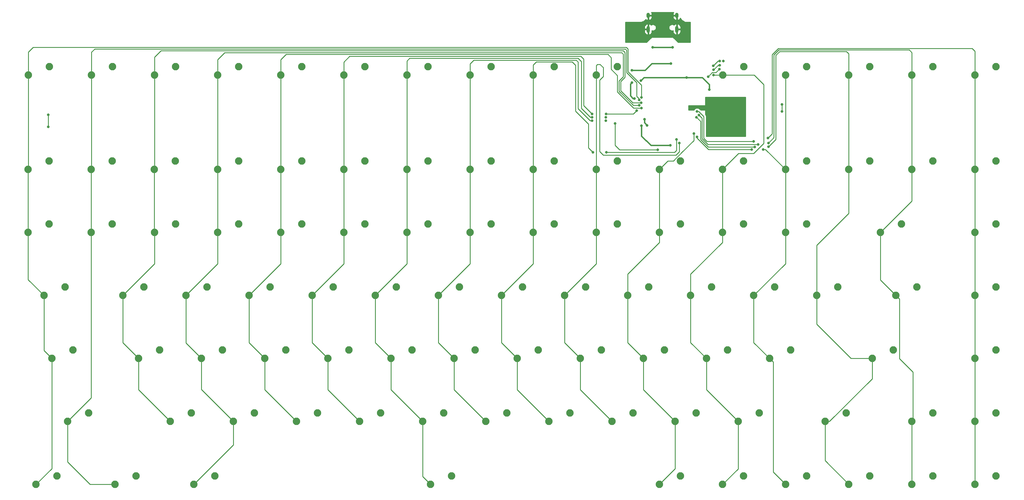
<source format=gtl>
G04 #@! TF.GenerationSoftware,KiCad,Pcbnew,(5.1.9-0-10_14)*
G04 #@! TF.CreationDate,2021-05-12T14:40:02+09:00*
G04 #@! TF.ProjectId,JupiterAdvanced,4a757069-7465-4724-9164-76616e636564,1*
G04 #@! TF.SameCoordinates,Original*
G04 #@! TF.FileFunction,Copper,L1,Top*
G04 #@! TF.FilePolarity,Positive*
%FSLAX46Y46*%
G04 Gerber Fmt 4.6, Leading zero omitted, Abs format (unit mm)*
G04 Created by KiCad (PCBNEW (5.1.9-0-10_14)) date 2021-05-12 14:40:02*
%MOMM*%
%LPD*%
G01*
G04 APERTURE LIST*
G04 #@! TA.AperFunction,ComponentPad*
%ADD10C,2.250000*%
G04 #@! TD*
G04 #@! TA.AperFunction,ComponentPad*
%ADD11O,1.000000X1.600000*%
G04 #@! TD*
G04 #@! TA.AperFunction,ComponentPad*
%ADD12O,1.000000X2.100000*%
G04 #@! TD*
G04 #@! TA.AperFunction,ViaPad*
%ADD13C,0.800000*%
G04 #@! TD*
G04 #@! TA.AperFunction,Conductor*
%ADD14C,0.254000*%
G04 #@! TD*
G04 #@! TA.AperFunction,Conductor*
%ADD15C,0.381000*%
G04 #@! TD*
G04 #@! TA.AperFunction,Conductor*
%ADD16C,0.150000*%
G04 #@! TD*
G04 APERTURE END LIST*
D10*
X333079320Y-164909620D03*
X339429320Y-162369620D03*
X357006120Y-98258820D03*
X363356120Y-95718820D03*
D11*
X267005000Y-80275000D03*
X258365000Y-80275000D03*
D12*
X267005000Y-84455000D03*
X258365000Y-84455000D03*
D10*
X71192620Y-145846920D03*
X77542620Y-143306920D03*
X75955120Y-164909620D03*
X82305120Y-162369620D03*
X192655647Y-222069227D03*
X199005647Y-219529227D03*
X311756020Y-203009620D03*
X318106020Y-200469620D03*
X299881520Y-222059620D03*
X306231520Y-219519620D03*
X309279520Y-164909620D03*
X315629520Y-162369620D03*
X261710380Y-222059620D03*
X268060380Y-219519620D03*
X295004720Y-183959620D03*
X301354720Y-181419620D03*
X285530520Y-203009620D03*
X291880520Y-200469620D03*
X318931520Y-126809620D03*
X325281520Y-124269620D03*
X299830720Y-145859620D03*
X306180720Y-143319620D03*
X357031520Y-164909620D03*
X363381520Y-162369620D03*
X357031520Y-183959620D03*
X363381520Y-181419620D03*
X337930720Y-126809620D03*
X344280720Y-124269620D03*
X114080520Y-203009620D03*
X120430520Y-200469620D03*
X195030320Y-164909620D03*
X201380320Y-162369620D03*
X133130520Y-203009620D03*
X139480520Y-200469620D03*
X118830320Y-164909620D03*
X125180320Y-162369620D03*
X171230520Y-203009620D03*
X177580520Y-200469620D03*
X214080320Y-164909620D03*
X220430320Y-162369620D03*
X175980320Y-164909620D03*
X182330320Y-162369620D03*
X337956120Y-98258820D03*
X344306120Y-95718820D03*
X318906120Y-98258820D03*
X325256120Y-95718820D03*
X299856120Y-98258820D03*
X306206120Y-95718820D03*
X280865320Y-98258820D03*
X287215320Y-95718820D03*
X242706120Y-98258820D03*
X249056120Y-95718820D03*
X223656120Y-98258820D03*
X230006120Y-95718820D03*
X204606120Y-98258820D03*
X210956120Y-95718820D03*
X185556120Y-98258820D03*
X191906120Y-95718820D03*
X166506120Y-98258820D03*
X172856120Y-95718820D03*
X147456120Y-98258820D03*
X153806120Y-95718820D03*
X128406120Y-98258820D03*
X134756120Y-95718820D03*
X109356120Y-98258820D03*
X115706120Y-95718820D03*
X90306120Y-98258820D03*
X96656120Y-95718820D03*
X71256120Y-98258820D03*
X77606120Y-95718820D03*
X123503920Y-183959620D03*
X129853920Y-181419620D03*
X156930320Y-164909620D03*
X163280320Y-162369620D03*
X99780320Y-164909620D03*
X106130320Y-162369620D03*
X271179520Y-164909620D03*
X277529520Y-162369620D03*
X252180320Y-164909620D03*
X258530320Y-162369620D03*
X209330520Y-203009620D03*
X215680520Y-200469620D03*
X228380520Y-203009620D03*
X234730520Y-200469620D03*
X256904720Y-183959620D03*
X263254720Y-181419620D03*
X237854720Y-183959620D03*
X244204720Y-181419620D03*
X218804720Y-183959620D03*
X225154720Y-181419620D03*
X233130320Y-164909620D03*
X239480320Y-162369620D03*
X199754720Y-183959620D03*
X206104720Y-181419620D03*
X180704720Y-183959620D03*
X187054720Y-181419620D03*
X280780720Y-126809620D03*
X287130720Y-124269620D03*
X161654720Y-183959620D03*
X168004720Y-181419620D03*
X137880320Y-164909620D03*
X144230320Y-162369620D03*
X142604720Y-183959620D03*
X148954720Y-181419620D03*
X152180520Y-203009620D03*
X158530520Y-200469620D03*
X190280520Y-203009620D03*
X196630520Y-200469620D03*
X104504720Y-183959620D03*
X110854720Y-181419620D03*
X242680720Y-145859620D03*
X249030720Y-143319620D03*
X223630720Y-145859620D03*
X229980720Y-143319620D03*
X204580720Y-145859620D03*
X210930720Y-143319620D03*
X185530720Y-145859620D03*
X191880720Y-143319620D03*
X166480720Y-145859620D03*
X172830720Y-143319620D03*
X147430720Y-145859620D03*
X153780720Y-143319620D03*
X128380720Y-145859620D03*
X134730720Y-143319620D03*
X109330720Y-145859620D03*
X115680720Y-143319620D03*
X90229920Y-145859620D03*
X96579920Y-143319620D03*
X261730720Y-145859620D03*
X268080720Y-143319620D03*
X247430520Y-203009620D03*
X253780520Y-200469620D03*
X83092520Y-203009620D03*
X89442520Y-200469620D03*
X97399524Y-222059620D03*
X103749524Y-219519620D03*
X73567520Y-222059620D03*
X79917520Y-219519620D03*
X290229520Y-164909620D03*
X296579520Y-162369620D03*
X121207128Y-222069227D03*
X127557128Y-219529227D03*
X280780720Y-145859620D03*
X287130720Y-143319620D03*
X357031520Y-145859620D03*
X363381520Y-143319620D03*
X272830520Y-200469620D03*
X266480520Y-203009620D03*
X280831520Y-222059620D03*
X287181520Y-219519620D03*
X299830720Y-126809620D03*
X306180720Y-124269620D03*
X261730720Y-126809620D03*
X268080720Y-124269620D03*
X242680720Y-126809620D03*
X249030720Y-124269620D03*
X223630720Y-126809620D03*
X229980720Y-124269620D03*
X204580720Y-126809620D03*
X210930720Y-124269620D03*
X185530720Y-126809620D03*
X191880720Y-124269620D03*
X166480720Y-126809620D03*
X172830720Y-124269620D03*
X147430720Y-126809620D03*
X153780720Y-124269620D03*
X128380720Y-126809620D03*
X134730720Y-124269620D03*
X109279920Y-126809620D03*
X115629920Y-124269620D03*
X90229920Y-126809620D03*
X96579920Y-124269620D03*
X71179920Y-126809620D03*
X77529920Y-124269620D03*
X325992720Y-183959620D03*
X332342720Y-181419620D03*
X357031520Y-203009620D03*
X363381520Y-200469620D03*
X357031520Y-126809620D03*
X363381520Y-124269620D03*
X78330020Y-183959620D03*
X84680020Y-181419620D03*
X275954720Y-183959620D03*
X282304720Y-181419620D03*
X328431120Y-145859620D03*
X334781120Y-143319620D03*
X337981520Y-203009620D03*
X344331520Y-200469620D03*
X357031520Y-222059620D03*
X363381520Y-219519620D03*
X318931520Y-222059620D03*
X325281520Y-219519620D03*
X337981520Y-222059620D03*
X344331520Y-219519620D03*
D13*
X291561520Y-119298720D03*
X294647620Y-118841520D03*
X273710926Y-110389074D03*
X290520120Y-120032220D03*
X294711120Y-119946420D03*
X272942704Y-111029275D03*
X273125000Y-109275000D03*
X290202620Y-118333520D03*
X294469820Y-117317520D03*
X287446720Y-111513620D03*
X287459420Y-113786920D03*
X253461520Y-100578920D03*
X257225000Y-111675000D03*
X258025000Y-113475000D03*
X254225000Y-105375000D03*
X253461520Y-96838480D03*
X265225000Y-94775000D03*
X279175000Y-110925000D03*
X256166620Y-99956620D03*
X276829520Y-102661720D03*
X269971520Y-99029520D03*
X256325000Y-113595000D03*
X265085000Y-119555000D03*
X278099520Y-98254820D03*
X256311120Y-105031820D03*
X261246620Y-120875000D03*
X248356120Y-112936020D03*
X77225000Y-110275000D03*
X77225000Y-113975000D03*
X298725000Y-109275000D03*
X298725000Y-107175000D03*
X279825000Y-96475000D03*
X276439067Y-98789067D03*
X255615420Y-107431820D03*
X278125000Y-96675000D03*
X281014465Y-94013670D03*
X279925000Y-95275000D03*
X279925000Y-94075000D03*
X278025000Y-95475000D03*
X255650820Y-105831820D03*
X256260520Y-106631820D03*
X256288420Y-108231820D03*
X254873420Y-109031820D03*
X245631720Y-110065820D03*
X241460020Y-110078520D03*
X245576250Y-111064282D03*
X241460020Y-111078523D03*
X245593922Y-112064128D03*
X241434473Y-112078199D03*
X266945320Y-117758420D03*
X245784120Y-121610120D03*
X241663220Y-121610120D03*
X267745320Y-118817120D03*
X272125000Y-115975000D03*
X265717020Y-89910920D03*
X259729460Y-89917760D03*
X289580320Y-120759220D03*
X293072820Y-120759220D03*
X273125000Y-116975000D03*
X262685000Y-81805000D03*
X269675000Y-83835000D03*
X253875000Y-84045000D03*
D14*
X337956120Y-126784220D02*
X337930720Y-126809620D01*
X337956120Y-98258820D02*
X337956120Y-126784220D01*
X337930720Y-136360020D02*
X328431120Y-145859620D01*
X337930720Y-126809620D02*
X337930720Y-136360020D01*
X328431120Y-160261420D02*
X333079320Y-164909620D01*
X328431120Y-145859620D02*
X328431120Y-160261420D01*
X334204319Y-184042257D02*
X338245320Y-188083258D01*
X334204319Y-166034619D02*
X334204319Y-184042257D01*
X333079320Y-164909620D02*
X334204319Y-166034619D01*
X338245320Y-202745820D02*
X337981520Y-203009620D01*
X338245320Y-188083258D02*
X338245320Y-202745820D01*
X337981520Y-203009620D02*
X337981520Y-222059620D01*
X337956120Y-91461820D02*
X337956120Y-98258820D01*
X297850463Y-90676110D02*
X337170410Y-90676110D01*
X296311320Y-92215253D02*
X297850463Y-90676110D01*
X296311320Y-117177820D02*
X296311320Y-92215253D01*
X337170410Y-90676110D02*
X337956120Y-91461820D01*
X294647620Y-118841520D02*
X296311320Y-117177820D01*
X274625000Y-111303148D02*
X273710926Y-110389074D01*
X274625000Y-117517068D02*
X274625000Y-111303148D01*
X276406652Y-119298720D02*
X274625000Y-117517068D01*
X291561520Y-119298720D02*
X276406652Y-119298720D01*
X318906120Y-126784220D02*
X318931520Y-126809620D01*
X318906120Y-98258820D02*
X318906120Y-126784220D01*
X309279520Y-149730488D02*
X309279520Y-164909620D01*
X318931520Y-140078488D02*
X309279520Y-149730488D01*
X318931520Y-126809620D02*
X318931520Y-140078488D01*
X319601988Y-183959620D02*
X325992720Y-183959620D01*
X309279520Y-173637152D02*
X319601988Y-183959620D01*
X309279520Y-164909620D02*
X309279520Y-173637152D01*
X313076404Y-203009620D02*
X311756020Y-203009620D01*
X325992720Y-190093304D02*
X313076404Y-203009620D01*
X325992720Y-183959620D02*
X325992720Y-190093304D01*
X311756020Y-214884120D02*
X318931520Y-222059620D01*
X311756020Y-203009620D02*
X311756020Y-214884120D01*
X294711120Y-119946420D02*
X296882820Y-117774720D01*
X296882820Y-117774720D02*
X296882820Y-92285820D01*
X296882820Y-92285820D02*
X298038520Y-91130120D01*
X298038520Y-91130120D02*
X318218820Y-91130120D01*
X318906120Y-91817420D02*
X318906120Y-98258820D01*
X318218820Y-91130120D02*
X318906120Y-91817420D01*
X274170990Y-112257561D02*
X272942704Y-111029275D01*
X274170990Y-117705125D02*
X274170990Y-112257561D01*
X276498085Y-120032220D02*
X274170990Y-117705125D01*
X290520120Y-120032220D02*
X276498085Y-120032220D01*
X357006120Y-126784220D02*
X357031520Y-126809620D01*
X357006120Y-98258820D02*
X357006120Y-126784220D01*
X357031520Y-126809620D02*
X357031520Y-145859620D01*
X357031520Y-145859620D02*
X357031520Y-164909620D01*
X357031520Y-164909620D02*
X357031520Y-183959620D01*
X357031520Y-183959620D02*
X357031520Y-203009620D01*
X357031520Y-203009620D02*
X357031520Y-222059620D01*
X357006120Y-91080820D02*
X357006120Y-98258820D01*
X356147400Y-90222100D02*
X357006120Y-91080820D01*
X297662406Y-90222100D02*
X356147400Y-90222100D01*
X295765220Y-92119286D02*
X297662406Y-90222100D01*
X295765220Y-116022120D02*
X295765220Y-92119286D01*
X294469820Y-117317520D02*
X295765220Y-116022120D01*
X273625000Y-109275000D02*
X273125000Y-109275000D01*
X275125000Y-110775000D02*
X273625000Y-109275000D01*
X275125000Y-117375000D02*
X275125000Y-110775000D01*
X276083520Y-118333520D02*
X275125000Y-117375000D01*
X290202620Y-118333520D02*
X276083520Y-118333520D01*
D15*
X257225000Y-112675000D02*
X258025000Y-113475000D01*
X257225000Y-111675000D02*
X257225000Y-112675000D01*
X253825000Y-105375000D02*
X254125000Y-105375000D01*
X253025000Y-104575000D02*
X253825000Y-105375000D01*
X253025000Y-101015440D02*
X253025000Y-104575000D01*
X253461520Y-100578920D02*
X253025000Y-101015440D01*
X254125000Y-105375000D02*
X254225000Y-105375000D01*
X253461520Y-96838480D02*
X257388480Y-96838480D01*
X257388480Y-96838480D02*
X259451960Y-94775000D01*
X259451960Y-94775000D02*
X265225000Y-94775000D01*
X256166620Y-99956620D02*
X257106420Y-99016820D01*
X257106420Y-99016820D02*
X268206220Y-99016820D01*
X276829520Y-101125020D02*
X276829520Y-102661720D01*
X274721320Y-99016820D02*
X276829520Y-101125020D01*
X268206220Y-99016820D02*
X274721320Y-99016820D01*
X256325000Y-113595000D02*
X256325000Y-116695000D01*
X256325000Y-116695000D02*
X259185000Y-119555000D01*
X259185000Y-119555000D02*
X265085000Y-119555000D01*
D14*
X280865320Y-126725020D02*
X280780720Y-126809620D01*
X280780720Y-126809620D02*
X280780720Y-145859620D01*
X271179520Y-158509782D02*
X271179520Y-164909620D01*
X280780720Y-148908582D02*
X271179520Y-158509782D01*
X280780720Y-145859620D02*
X280780720Y-148908582D01*
X271179520Y-179184420D02*
X275954720Y-183959620D01*
X271179520Y-164909620D02*
X271179520Y-179184420D01*
X275954720Y-193433820D02*
X285530520Y-203009620D01*
X275954720Y-183959620D02*
X275954720Y-193433820D01*
X285530520Y-217360620D02*
X280831520Y-222059620D01*
X285530520Y-203009620D02*
X285530520Y-217360620D01*
X290189920Y-121978420D02*
X285611920Y-121978420D01*
X285611920Y-121978420D02*
X280780720Y-126809620D01*
X293237920Y-118930420D02*
X290189920Y-121978420D01*
X293237920Y-101137720D02*
X293237920Y-118930420D01*
X290359020Y-98258820D02*
X293237920Y-101137720D01*
X280865320Y-98258820D02*
X290359020Y-98258820D01*
X280861320Y-98254820D02*
X280865320Y-98258820D01*
X278099520Y-98254820D02*
X280861320Y-98254820D01*
X71256120Y-126733420D02*
X71179920Y-126809620D01*
X71256120Y-98258820D02*
X71256120Y-126733420D01*
X71179920Y-126809620D02*
X71179920Y-126666420D01*
X71192620Y-126679120D02*
X71192620Y-145846920D01*
X71179920Y-126666420D02*
X71192620Y-126679120D01*
X71192620Y-160147120D02*
X75955120Y-164909620D01*
X71192620Y-145846920D02*
X71192620Y-160147120D01*
X75955120Y-181584720D02*
X78330020Y-183959620D01*
X75955120Y-164909620D02*
X75955120Y-181584720D01*
X78330020Y-217297120D02*
X73567520Y-222059620D01*
X78330020Y-183959620D02*
X78330020Y-217297120D01*
X71256120Y-91344520D02*
X71256120Y-98258820D01*
X72715120Y-89885520D02*
X71256120Y-91344520D01*
X252267720Y-97289620D02*
X252267720Y-90393520D01*
X251759720Y-89885520D02*
X72715120Y-89885520D01*
X252267720Y-90393520D02*
X251759720Y-89885520D01*
X256311120Y-101333020D02*
X252267720Y-97289620D01*
X256311120Y-105031820D02*
X256311120Y-101333020D01*
X248356120Y-119527320D02*
X248356120Y-112936020D01*
X249703800Y-120875000D02*
X248356120Y-119527320D01*
X261246620Y-120875000D02*
X249703800Y-120875000D01*
X77225000Y-110275000D02*
X77225000Y-113975000D01*
X298725000Y-109275000D02*
X298725000Y-107175000D01*
X278772181Y-97527819D02*
X277700315Y-97527819D01*
X277700315Y-97527819D02*
X276439067Y-98789067D01*
X279825000Y-96475000D02*
X278772181Y-97527819D01*
X128406120Y-126784220D02*
X128380720Y-126809620D01*
X128406120Y-98258820D02*
X128406120Y-126784220D01*
X128380720Y-126809620D02*
X128380720Y-145859620D01*
X128380720Y-155359220D02*
X118830320Y-164909620D01*
X128380720Y-145859620D02*
X128380720Y-155359220D01*
X118830320Y-179286020D02*
X123503920Y-183959620D01*
X118830320Y-164909620D02*
X118830320Y-179286020D01*
X123503920Y-193383020D02*
X133130520Y-203009620D01*
X123503920Y-183959620D02*
X123503920Y-193383020D01*
X133130520Y-210145835D02*
X121207128Y-222069227D01*
X133130520Y-203009620D02*
X133130520Y-210145835D01*
X130500120Y-91485720D02*
X128406120Y-93579720D01*
X250858020Y-91981020D02*
X250375420Y-91498420D01*
X250858020Y-98743053D02*
X250858020Y-91981020D01*
X128406120Y-93579720D02*
X128406120Y-98258820D01*
X167533320Y-91485720D02*
X130500120Y-91485720D01*
X249591210Y-100009863D02*
X250858020Y-98743053D01*
X167546020Y-91498420D02*
X167533320Y-91485720D01*
X250375420Y-91498420D02*
X167546020Y-91498420D01*
X249591210Y-103192677D02*
X249591210Y-100009863D01*
X253830353Y-107431820D02*
X249591210Y-103192677D01*
X255615420Y-107431820D02*
X253830353Y-107431820D01*
X279525000Y-95275000D02*
X278125000Y-96675000D01*
X279925000Y-95275000D02*
X279525000Y-95275000D01*
X279425000Y-94075000D02*
X278025000Y-95475000D01*
X279925000Y-94075000D02*
X279425000Y-94075000D01*
X90306120Y-126733420D02*
X90229920Y-126809620D01*
X90306120Y-98258820D02*
X90306120Y-126733420D01*
X90229920Y-126809620D02*
X90229920Y-145859620D01*
X90229920Y-195872220D02*
X83092520Y-203009620D01*
X90229920Y-145859620D02*
X90229920Y-195872220D01*
X83092520Y-203009620D02*
X83092520Y-215279020D01*
X89873120Y-222059620D02*
X97399524Y-222059620D01*
X83092520Y-215279020D02*
X89873120Y-222059620D01*
X90306120Y-91344520D02*
X90306120Y-98258820D01*
X91282520Y-90368120D02*
X90306120Y-91344520D01*
X251813710Y-90765010D02*
X251416820Y-90368120D01*
X251813710Y-97477677D02*
X251813710Y-90765010D01*
X254906130Y-100570096D02*
X251813710Y-97477677D01*
X254906130Y-104702792D02*
X254906130Y-100570096D01*
X255650820Y-105447482D02*
X254906130Y-104702792D01*
X251416820Y-90368120D02*
X91282520Y-90368120D01*
X255650820Y-105831820D02*
X255650820Y-105447482D01*
X109356120Y-126733420D02*
X109279920Y-126809620D01*
X109356120Y-98258820D02*
X109356120Y-126733420D01*
X109279920Y-145808820D02*
X109330720Y-145859620D01*
X109279920Y-126809620D02*
X109279920Y-145808820D01*
X109330720Y-155359220D02*
X99780320Y-164909620D01*
X109330720Y-145859620D02*
X109330720Y-155359220D01*
X99780320Y-179235220D02*
X104504720Y-183959620D01*
X99780320Y-164909620D02*
X99780320Y-179235220D01*
X104504720Y-193433820D02*
X114080520Y-203009620D01*
X104504720Y-183959620D02*
X104504720Y-193433820D01*
X256260520Y-106631820D02*
X253672420Y-106631820D01*
X253672420Y-106631820D02*
X250045220Y-103004620D01*
X250045220Y-103004620D02*
X250045220Y-100197920D01*
X250045220Y-100197920D02*
X251327920Y-98915220D01*
X109356120Y-92868520D02*
X109356120Y-98258820D01*
X251327920Y-98915220D02*
X251327920Y-91396820D01*
X250858020Y-90926920D02*
X111297720Y-90926920D01*
X251327920Y-91396820D02*
X250858020Y-90926920D01*
X111297720Y-90926920D02*
X109356120Y-92868520D01*
X147456120Y-126784220D02*
X147430720Y-126809620D01*
X147456120Y-98258820D02*
X147456120Y-126784220D01*
X147430720Y-126809620D02*
X147430720Y-145859620D01*
X147430720Y-155359220D02*
X137880320Y-164909620D01*
X147430720Y-145859620D02*
X147430720Y-155359220D01*
X137880320Y-179235220D02*
X142604720Y-183959620D01*
X137880320Y-164909620D02*
X137880320Y-179235220D01*
X142604720Y-193433820D02*
X152180520Y-203009620D01*
X142604720Y-183959620D02*
X142604720Y-193433820D01*
X147456120Y-93605120D02*
X147456120Y-98258820D01*
X149016720Y-92044520D02*
X147456120Y-93605120D01*
X246235220Y-92044520D02*
X149016720Y-92044520D01*
X247175020Y-92984320D02*
X246235220Y-92044520D01*
X247175020Y-96514920D02*
X247175020Y-92984320D01*
X249080020Y-98419920D02*
X247175020Y-96514920D01*
X249080020Y-103323553D02*
X249080020Y-98419920D01*
X253988287Y-108231820D02*
X249080020Y-103323553D01*
X256288420Y-108231820D02*
X253988287Y-108231820D01*
X166506120Y-126784220D02*
X166480720Y-126809620D01*
X166506120Y-98258820D02*
X166506120Y-126784220D01*
X166480720Y-126809620D02*
X166480720Y-145859620D01*
X166480720Y-155359220D02*
X156930320Y-164909620D01*
X166480720Y-145859620D02*
X166480720Y-155359220D01*
X156930320Y-179235220D02*
X161654720Y-183959620D01*
X156930320Y-164909620D02*
X156930320Y-179235220D01*
X161654720Y-193433820D02*
X171230520Y-203009620D01*
X161654720Y-183959620D02*
X161654720Y-193433820D01*
X253194820Y-110053120D02*
X253182120Y-110065820D01*
X241460020Y-110078520D02*
X238920020Y-107538520D01*
X238920020Y-107538520D02*
X238920020Y-93479620D01*
X238920020Y-93479620D02*
X238069120Y-92628720D01*
X238069120Y-92628720D02*
X168219120Y-92628720D01*
X166506120Y-94341720D02*
X166506120Y-98258820D01*
X168219120Y-92628720D02*
X166506120Y-94341720D01*
X245644420Y-110053120D02*
X245631720Y-110065820D01*
X253194820Y-110053120D02*
X245644420Y-110053120D01*
X253852120Y-110053120D02*
X253194820Y-110053120D01*
X254873420Y-109031820D02*
X253852120Y-110053120D01*
X185556120Y-126784220D02*
X185530720Y-126809620D01*
X185556120Y-98258820D02*
X185556120Y-126784220D01*
X185530720Y-126809620D02*
X185530720Y-145859620D01*
X185530720Y-155359220D02*
X175980320Y-164909620D01*
X185530720Y-145859620D02*
X185530720Y-155359220D01*
X175980320Y-179235220D02*
X180704720Y-183959620D01*
X175980320Y-164909620D02*
X175980320Y-179235220D01*
X180704720Y-193433820D02*
X190280520Y-203009620D01*
X180704720Y-183959620D02*
X180704720Y-193433820D01*
X190280520Y-219694100D02*
X192655647Y-222069227D01*
X190280520Y-203009620D02*
X190280520Y-219694100D01*
X240894335Y-111078523D02*
X238196120Y-108380308D01*
X241460020Y-111078523D02*
X240894335Y-111078523D01*
X238196120Y-108380308D02*
X238196120Y-94216220D01*
X238196120Y-94216220D02*
X237205520Y-93225620D01*
X237205520Y-93225620D02*
X186342020Y-93225620D01*
X185556120Y-94011520D02*
X185556120Y-98258820D01*
X186342020Y-93225620D02*
X185556120Y-94011520D01*
X204606120Y-126784220D02*
X204580720Y-126809620D01*
X204606120Y-98258820D02*
X204606120Y-126784220D01*
X204580720Y-126809620D02*
X204580720Y-145859620D01*
X204580720Y-155359220D02*
X195030320Y-164909620D01*
X204580720Y-145859620D02*
X204580720Y-155359220D01*
X195030320Y-179235220D02*
X199754720Y-183959620D01*
X195030320Y-164909620D02*
X195030320Y-179235220D01*
X199754720Y-193433820D02*
X209330520Y-203009620D01*
X199754720Y-183959620D02*
X199754720Y-193433820D01*
X240868788Y-112078199D02*
X237218220Y-108427631D01*
X241434473Y-112078199D02*
X240868788Y-112078199D01*
X237218220Y-108427631D02*
X237218220Y-94355920D01*
X237218220Y-94355920D02*
X236672120Y-93809820D01*
X236672120Y-93809820D02*
X205684120Y-93809820D01*
X204606120Y-94887820D02*
X204606120Y-98258820D01*
X205684120Y-93809820D02*
X204606120Y-94887820D01*
X223656120Y-126784220D02*
X223630720Y-126809620D01*
X223656120Y-98258820D02*
X223656120Y-126784220D01*
X223630720Y-126809620D02*
X223630720Y-145859620D01*
X223630720Y-155359220D02*
X214080320Y-164909620D01*
X223630720Y-145859620D02*
X223630720Y-155359220D01*
X214080320Y-179235220D02*
X218804720Y-183959620D01*
X214080320Y-164909620D02*
X214080320Y-179235220D01*
X218804720Y-193433820D02*
X228380520Y-203009620D01*
X218804720Y-183959620D02*
X218804720Y-193433820D01*
X266945320Y-117758420D02*
X266945320Y-121016820D01*
X266945320Y-121016820D02*
X266352020Y-121610120D01*
X241663220Y-121610120D02*
X240342420Y-120289320D01*
X240342420Y-120289320D02*
X240342420Y-113101120D01*
X240342420Y-113101120D02*
X236443520Y-109202220D01*
X236443520Y-109202220D02*
X236443520Y-95295720D01*
X235414619Y-94266819D02*
X224607321Y-94266819D01*
X236443520Y-95295720D02*
X235414619Y-94266819D01*
X223656120Y-95218020D02*
X223656120Y-98258820D01*
X224607321Y-94266819D02*
X223656120Y-95218020D01*
X257436620Y-121610120D02*
X245784120Y-121610120D01*
X266352020Y-121610120D02*
X257436620Y-121610120D01*
X242706120Y-126784220D02*
X242680720Y-126809620D01*
X242706120Y-98258820D02*
X242706120Y-126784220D01*
X242680720Y-126809620D02*
X242680720Y-145859620D01*
X242680720Y-155359220D02*
X233130320Y-164909620D01*
X242680720Y-145859620D02*
X242680720Y-155359220D01*
X233130320Y-179235220D02*
X237854720Y-183959620D01*
X233130320Y-164909620D02*
X233130320Y-179235220D01*
X237854720Y-193433820D02*
X247430520Y-203009620D01*
X237854720Y-183959620D02*
X237854720Y-193433820D01*
X243060220Y-95016320D02*
X242706120Y-95370420D01*
X244825520Y-96006920D02*
X243834920Y-95016320D01*
X244825520Y-98712020D02*
X244825520Y-96006920D01*
X243720620Y-99816920D02*
X244825520Y-98712020D01*
X243720620Y-121394220D02*
X243720620Y-99816920D01*
X244838220Y-122511820D02*
X243720620Y-121394220D01*
X242706120Y-95370420D02*
X242706120Y-98258820D01*
X266745720Y-122511820D02*
X244838220Y-122511820D01*
X243834920Y-95016320D02*
X243060220Y-95016320D01*
X267745320Y-121512220D02*
X266745720Y-122511820D01*
X267745320Y-118817120D02*
X267745320Y-121512220D01*
X261730720Y-126809620D02*
X261730720Y-145859620D01*
X252180320Y-158458982D02*
X252180320Y-164909620D01*
X261730720Y-148908582D02*
X252180320Y-158458982D01*
X261730720Y-145859620D02*
X261730720Y-148908582D01*
X252180320Y-179235220D02*
X256904720Y-183959620D01*
X252180320Y-164909620D02*
X252180320Y-179235220D01*
X256904720Y-193433820D02*
X266480520Y-203009620D01*
X256904720Y-183959620D02*
X256904720Y-193433820D01*
X266480520Y-217289480D02*
X261710380Y-222059620D01*
X266480520Y-203009620D02*
X266480520Y-217289480D01*
X268545320Y-121656058D02*
X265962358Y-124239020D01*
X264301320Y-124239020D02*
X261730720Y-126809620D01*
X265962358Y-124239020D02*
X264301320Y-124239020D01*
X268545320Y-121656058D02*
X268545320Y-121654680D01*
X272125000Y-118075000D02*
X272125000Y-115975000D01*
X268545320Y-121654680D02*
X272125000Y-118075000D01*
D15*
X259736300Y-89910920D02*
X259729460Y-89917760D01*
X265717020Y-89910920D02*
X259736300Y-89910920D01*
D14*
X299856120Y-126784220D02*
X299830720Y-126809620D01*
X299856120Y-98258820D02*
X299856120Y-126784220D01*
X299830720Y-126809620D02*
X299830720Y-145859620D01*
X299830720Y-155308420D02*
X290229520Y-164909620D01*
X299830720Y-145859620D02*
X299830720Y-155308420D01*
X290229520Y-179184420D02*
X295004720Y-183959620D01*
X290229520Y-164909620D02*
X290229520Y-179184420D01*
X296129719Y-218307819D02*
X299881520Y-222059620D01*
X296129719Y-185084619D02*
X296129719Y-218307819D01*
X295004720Y-183959620D02*
X296129719Y-185084619D01*
X293780320Y-120759220D02*
X299830720Y-126809620D01*
X293072820Y-120759220D02*
X293780320Y-120759220D01*
X273125000Y-117301201D02*
X273125000Y-116975000D01*
X276583019Y-120759220D02*
X273125000Y-117301201D01*
X289580320Y-120759220D02*
X276583019Y-120759220D01*
X287764220Y-116847620D02*
X275887000Y-116847620D01*
X275887000Y-110812422D01*
X275890686Y-110774999D01*
X275887000Y-110737574D01*
X275875974Y-110625622D01*
X275832402Y-110481985D01*
X275761645Y-110349608D01*
X275666422Y-110233578D01*
X275649468Y-110219664D01*
X275652000Y-108975258D01*
X275649610Y-108950477D01*
X275642431Y-108926638D01*
X275630740Y-108904658D01*
X275614985Y-108885380D01*
X275595772Y-108869547D01*
X275573839Y-108857766D01*
X275550030Y-108850491D01*
X275525533Y-108848001D01*
X274270360Y-108842730D01*
X274190284Y-108762654D01*
X274166422Y-108733578D01*
X274050392Y-108638355D01*
X273918015Y-108567598D01*
X273865326Y-108551615D01*
X273784774Y-108471063D01*
X273615256Y-108357795D01*
X273426898Y-108279774D01*
X273226939Y-108240000D01*
X273023061Y-108240000D01*
X272823102Y-108279774D01*
X272634744Y-108357795D01*
X272465226Y-108471063D01*
X272321063Y-108615226D01*
X272207795Y-108784744D01*
X272187400Y-108833982D01*
X270564782Y-108827167D01*
X270553122Y-107502000D01*
X275525000Y-107502000D01*
X275549776Y-107499560D01*
X275573601Y-107492333D01*
X275595557Y-107480597D01*
X275614803Y-107464803D01*
X275630597Y-107445557D01*
X275642333Y-107423601D01*
X275649560Y-107399776D01*
X275651990Y-107373410D01*
X275635720Y-106074209D01*
X275635720Y-104935020D01*
X287764220Y-104935020D01*
X287764220Y-116847620D01*
G04 #@! TA.AperFunction,Conductor*
D16*
G36*
X287764220Y-116847620D02*
G01*
X275887000Y-116847620D01*
X275887000Y-110812422D01*
X275890686Y-110774999D01*
X275887000Y-110737574D01*
X275875974Y-110625622D01*
X275832402Y-110481985D01*
X275761645Y-110349608D01*
X275666422Y-110233578D01*
X275649468Y-110219664D01*
X275652000Y-108975258D01*
X275649610Y-108950477D01*
X275642431Y-108926638D01*
X275630740Y-108904658D01*
X275614985Y-108885380D01*
X275595772Y-108869547D01*
X275573839Y-108857766D01*
X275550030Y-108850491D01*
X275525533Y-108848001D01*
X274270360Y-108842730D01*
X274190284Y-108762654D01*
X274166422Y-108733578D01*
X274050392Y-108638355D01*
X273918015Y-108567598D01*
X273865326Y-108551615D01*
X273784774Y-108471063D01*
X273615256Y-108357795D01*
X273426898Y-108279774D01*
X273226939Y-108240000D01*
X273023061Y-108240000D01*
X272823102Y-108279774D01*
X272634744Y-108357795D01*
X272465226Y-108471063D01*
X272321063Y-108615226D01*
X272207795Y-108784744D01*
X272187400Y-108833982D01*
X270564782Y-108827167D01*
X270553122Y-107502000D01*
X275525000Y-107502000D01*
X275549776Y-107499560D01*
X275573601Y-107492333D01*
X275595557Y-107480597D01*
X275614803Y-107464803D01*
X275630597Y-107445557D01*
X275642333Y-107423601D01*
X275649560Y-107399776D01*
X275651990Y-107373410D01*
X275635720Y-106074209D01*
X275635720Y-104935020D01*
X287764220Y-104935020D01*
X287764220Y-116847620D01*
G37*
G04 #@! TD.AperFunction*
D14*
X266004997Y-79423322D02*
X265916585Y-79629013D01*
X265870000Y-79848000D01*
X265870000Y-80148000D01*
X266878000Y-80148000D01*
X266878000Y-80128000D01*
X267132000Y-80128000D01*
X267132000Y-80148000D01*
X267152000Y-80148000D01*
X267152000Y-80402000D01*
X267132000Y-80402000D01*
X267132000Y-81542954D01*
X267306874Y-81669119D01*
X267529976Y-81589276D01*
X267717764Y-81467369D01*
X267878161Y-81311169D01*
X268005003Y-81126678D01*
X268056732Y-81006329D01*
X268184901Y-81243373D01*
X268222171Y-81298628D01*
X268258631Y-81354345D01*
X268265116Y-81362297D01*
X268451721Y-81587863D01*
X268499028Y-81634841D01*
X268545599Y-81682398D01*
X268553506Y-81688940D01*
X268780370Y-81873966D01*
X268835863Y-81910835D01*
X268890824Y-81948468D01*
X268899851Y-81953349D01*
X269158333Y-82090786D01*
X269219946Y-82116181D01*
X269281152Y-82142414D01*
X269290955Y-82145449D01*
X269571209Y-82230063D01*
X269636599Y-82243010D01*
X269701719Y-82256852D01*
X269711923Y-82257925D01*
X269711925Y-82257925D01*
X270001528Y-82286321D01*
X270038896Y-82290001D01*
X271089155Y-82290001D01*
X271097818Y-88348000D01*
X267377606Y-88348000D01*
X265914803Y-86885197D01*
X265895557Y-86869403D01*
X265873601Y-86857667D01*
X265849776Y-86850440D01*
X265825000Y-86848000D01*
X259425000Y-86848000D01*
X259400224Y-86850440D01*
X259376399Y-86857667D01*
X259354443Y-86869403D01*
X259335197Y-86885197D01*
X257872394Y-88348000D01*
X251541819Y-88348000D01*
X251536434Y-84582000D01*
X257230000Y-84582000D01*
X257230000Y-85132000D01*
X257276585Y-85350987D01*
X257364997Y-85556678D01*
X257491839Y-85741169D01*
X257652236Y-85897369D01*
X257840024Y-86019276D01*
X258063126Y-86099119D01*
X258238000Y-85972954D01*
X258238000Y-84582000D01*
X257230000Y-84582000D01*
X251536434Y-84582000D01*
X251535285Y-83778000D01*
X257230000Y-83778000D01*
X257230000Y-84328000D01*
X258238000Y-84328000D01*
X258238000Y-82937046D01*
X258492000Y-82937046D01*
X258492000Y-84328000D01*
X258512000Y-84328000D01*
X258512000Y-84582000D01*
X258492000Y-84582000D01*
X258492000Y-85972954D01*
X258666874Y-86099119D01*
X258889976Y-86019276D01*
X259077764Y-85897369D01*
X259238161Y-85741169D01*
X259365003Y-85556678D01*
X259453415Y-85350987D01*
X259500000Y-85132000D01*
X259500000Y-84841904D01*
X259514978Y-84848108D01*
X259700448Y-84885000D01*
X259889552Y-84885000D01*
X260075022Y-84848108D01*
X260249731Y-84775741D01*
X260406964Y-84670681D01*
X260540681Y-84536964D01*
X260645741Y-84379731D01*
X260718108Y-84205022D01*
X260755000Y-84019552D01*
X260755000Y-83830448D01*
X264615000Y-83830448D01*
X264615000Y-84019552D01*
X264651892Y-84205022D01*
X264724259Y-84379731D01*
X264829319Y-84536964D01*
X264963036Y-84670681D01*
X265120269Y-84775741D01*
X265294978Y-84848108D01*
X265480448Y-84885000D01*
X265669552Y-84885000D01*
X265855022Y-84848108D01*
X265870000Y-84841904D01*
X265870000Y-85132000D01*
X265916585Y-85350987D01*
X266004997Y-85556678D01*
X266131839Y-85741169D01*
X266292236Y-85897369D01*
X266480024Y-86019276D01*
X266703126Y-86099119D01*
X266878000Y-85972954D01*
X266878000Y-84582000D01*
X267132000Y-84582000D01*
X267132000Y-85972954D01*
X267306874Y-86099119D01*
X267529976Y-86019276D01*
X267717764Y-85897369D01*
X267878161Y-85741169D01*
X268005003Y-85556678D01*
X268093415Y-85350987D01*
X268140000Y-85132000D01*
X268140000Y-84582000D01*
X267132000Y-84582000D01*
X266878000Y-84582000D01*
X266858000Y-84582000D01*
X266858000Y-84328000D01*
X266878000Y-84328000D01*
X266878000Y-82937046D01*
X267132000Y-82937046D01*
X267132000Y-84328000D01*
X268140000Y-84328000D01*
X268140000Y-83778000D01*
X268093415Y-83559013D01*
X268005003Y-83353322D01*
X267878161Y-83168831D01*
X267717764Y-83012631D01*
X267529976Y-82890724D01*
X267306874Y-82810881D01*
X267132000Y-82937046D01*
X266878000Y-82937046D01*
X266703126Y-82810881D01*
X266480024Y-82890724D01*
X266292236Y-83012631D01*
X266147884Y-83153206D01*
X266029731Y-83074259D01*
X265855022Y-83001892D01*
X265669552Y-82965000D01*
X265480448Y-82965000D01*
X265294978Y-83001892D01*
X265120269Y-83074259D01*
X264963036Y-83179319D01*
X264829319Y-83313036D01*
X264724259Y-83470269D01*
X264651892Y-83644978D01*
X264615000Y-83830448D01*
X260755000Y-83830448D01*
X260718108Y-83644978D01*
X260645741Y-83470269D01*
X260540681Y-83313036D01*
X260406964Y-83179319D01*
X260249731Y-83074259D01*
X260075022Y-83001892D01*
X259889552Y-82965000D01*
X259700448Y-82965000D01*
X259514978Y-83001892D01*
X259340269Y-83074259D01*
X259222116Y-83153206D01*
X259077764Y-83012631D01*
X258889976Y-82890724D01*
X258666874Y-82810881D01*
X258492000Y-82937046D01*
X258238000Y-82937046D01*
X258063126Y-82810881D01*
X257840024Y-82890724D01*
X257652236Y-83012631D01*
X257491839Y-83168831D01*
X257364997Y-83353322D01*
X257276585Y-83559013D01*
X257230000Y-83778000D01*
X251535285Y-83778000D01*
X251533156Y-82290001D01*
X255911104Y-82290001D01*
X255942848Y-82286874D01*
X255952086Y-82286939D01*
X255962299Y-82285938D01*
X256253444Y-82255338D01*
X256318738Y-82241935D01*
X256384138Y-82229459D01*
X256393962Y-82226494D01*
X256673618Y-82139926D01*
X256735048Y-82114103D01*
X256796797Y-82089155D01*
X256805858Y-82084337D01*
X257063374Y-81945098D01*
X257118629Y-81907828D01*
X257174342Y-81871370D01*
X257182295Y-81864885D01*
X257407862Y-81678279D01*
X257454821Y-81630992D01*
X257502398Y-81584401D01*
X257508940Y-81576494D01*
X257621975Y-81437900D01*
X257652236Y-81467369D01*
X257840024Y-81589276D01*
X258063126Y-81669119D01*
X258238000Y-81542954D01*
X258238000Y-80402000D01*
X258492000Y-80402000D01*
X258492000Y-81542954D01*
X258666874Y-81669119D01*
X258889976Y-81589276D01*
X259077764Y-81467369D01*
X259238161Y-81311169D01*
X259365003Y-81126678D01*
X259453415Y-80920987D01*
X259500000Y-80702000D01*
X259500000Y-80402000D01*
X265870000Y-80402000D01*
X265870000Y-80702000D01*
X265916585Y-80920987D01*
X266004997Y-81126678D01*
X266131839Y-81311169D01*
X266292236Y-81467369D01*
X266480024Y-81589276D01*
X266703126Y-81669119D01*
X266878000Y-81542954D01*
X266878000Y-80402000D01*
X265870000Y-80402000D01*
X259500000Y-80402000D01*
X258492000Y-80402000D01*
X258238000Y-80402000D01*
X258218000Y-80402000D01*
X258218000Y-80148000D01*
X258238000Y-80148000D01*
X258238000Y-80128000D01*
X258492000Y-80128000D01*
X258492000Y-80148000D01*
X259500000Y-80148000D01*
X259500000Y-79848000D01*
X259453415Y-79629013D01*
X259365003Y-79423322D01*
X259273341Y-79290000D01*
X266096659Y-79290000D01*
X266004997Y-79423322D01*
G04 #@! TA.AperFunction,Conductor*
D16*
G36*
X266004997Y-79423322D02*
G01*
X265916585Y-79629013D01*
X265870000Y-79848000D01*
X265870000Y-80148000D01*
X266878000Y-80148000D01*
X266878000Y-80128000D01*
X267132000Y-80128000D01*
X267132000Y-80148000D01*
X267152000Y-80148000D01*
X267152000Y-80402000D01*
X267132000Y-80402000D01*
X267132000Y-81542954D01*
X267306874Y-81669119D01*
X267529976Y-81589276D01*
X267717764Y-81467369D01*
X267878161Y-81311169D01*
X268005003Y-81126678D01*
X268056732Y-81006329D01*
X268184901Y-81243373D01*
X268222171Y-81298628D01*
X268258631Y-81354345D01*
X268265116Y-81362297D01*
X268451721Y-81587863D01*
X268499028Y-81634841D01*
X268545599Y-81682398D01*
X268553506Y-81688940D01*
X268780370Y-81873966D01*
X268835863Y-81910835D01*
X268890824Y-81948468D01*
X268899851Y-81953349D01*
X269158333Y-82090786D01*
X269219946Y-82116181D01*
X269281152Y-82142414D01*
X269290955Y-82145449D01*
X269571209Y-82230063D01*
X269636599Y-82243010D01*
X269701719Y-82256852D01*
X269711923Y-82257925D01*
X269711925Y-82257925D01*
X270001528Y-82286321D01*
X270038896Y-82290001D01*
X271089155Y-82290001D01*
X271097818Y-88348000D01*
X267377606Y-88348000D01*
X265914803Y-86885197D01*
X265895557Y-86869403D01*
X265873601Y-86857667D01*
X265849776Y-86850440D01*
X265825000Y-86848000D01*
X259425000Y-86848000D01*
X259400224Y-86850440D01*
X259376399Y-86857667D01*
X259354443Y-86869403D01*
X259335197Y-86885197D01*
X257872394Y-88348000D01*
X251541819Y-88348000D01*
X251536434Y-84582000D01*
X257230000Y-84582000D01*
X257230000Y-85132000D01*
X257276585Y-85350987D01*
X257364997Y-85556678D01*
X257491839Y-85741169D01*
X257652236Y-85897369D01*
X257840024Y-86019276D01*
X258063126Y-86099119D01*
X258238000Y-85972954D01*
X258238000Y-84582000D01*
X257230000Y-84582000D01*
X251536434Y-84582000D01*
X251535285Y-83778000D01*
X257230000Y-83778000D01*
X257230000Y-84328000D01*
X258238000Y-84328000D01*
X258238000Y-82937046D01*
X258492000Y-82937046D01*
X258492000Y-84328000D01*
X258512000Y-84328000D01*
X258512000Y-84582000D01*
X258492000Y-84582000D01*
X258492000Y-85972954D01*
X258666874Y-86099119D01*
X258889976Y-86019276D01*
X259077764Y-85897369D01*
X259238161Y-85741169D01*
X259365003Y-85556678D01*
X259453415Y-85350987D01*
X259500000Y-85132000D01*
X259500000Y-84841904D01*
X259514978Y-84848108D01*
X259700448Y-84885000D01*
X259889552Y-84885000D01*
X260075022Y-84848108D01*
X260249731Y-84775741D01*
X260406964Y-84670681D01*
X260540681Y-84536964D01*
X260645741Y-84379731D01*
X260718108Y-84205022D01*
X260755000Y-84019552D01*
X260755000Y-83830448D01*
X264615000Y-83830448D01*
X264615000Y-84019552D01*
X264651892Y-84205022D01*
X264724259Y-84379731D01*
X264829319Y-84536964D01*
X264963036Y-84670681D01*
X265120269Y-84775741D01*
X265294978Y-84848108D01*
X265480448Y-84885000D01*
X265669552Y-84885000D01*
X265855022Y-84848108D01*
X265870000Y-84841904D01*
X265870000Y-85132000D01*
X265916585Y-85350987D01*
X266004997Y-85556678D01*
X266131839Y-85741169D01*
X266292236Y-85897369D01*
X266480024Y-86019276D01*
X266703126Y-86099119D01*
X266878000Y-85972954D01*
X266878000Y-84582000D01*
X267132000Y-84582000D01*
X267132000Y-85972954D01*
X267306874Y-86099119D01*
X267529976Y-86019276D01*
X267717764Y-85897369D01*
X267878161Y-85741169D01*
X268005003Y-85556678D01*
X268093415Y-85350987D01*
X268140000Y-85132000D01*
X268140000Y-84582000D01*
X267132000Y-84582000D01*
X266878000Y-84582000D01*
X266858000Y-84582000D01*
X266858000Y-84328000D01*
X266878000Y-84328000D01*
X266878000Y-82937046D01*
X267132000Y-82937046D01*
X267132000Y-84328000D01*
X268140000Y-84328000D01*
X268140000Y-83778000D01*
X268093415Y-83559013D01*
X268005003Y-83353322D01*
X267878161Y-83168831D01*
X267717764Y-83012631D01*
X267529976Y-82890724D01*
X267306874Y-82810881D01*
X267132000Y-82937046D01*
X266878000Y-82937046D01*
X266703126Y-82810881D01*
X266480024Y-82890724D01*
X266292236Y-83012631D01*
X266147884Y-83153206D01*
X266029731Y-83074259D01*
X265855022Y-83001892D01*
X265669552Y-82965000D01*
X265480448Y-82965000D01*
X265294978Y-83001892D01*
X265120269Y-83074259D01*
X264963036Y-83179319D01*
X264829319Y-83313036D01*
X264724259Y-83470269D01*
X264651892Y-83644978D01*
X264615000Y-83830448D01*
X260755000Y-83830448D01*
X260718108Y-83644978D01*
X260645741Y-83470269D01*
X260540681Y-83313036D01*
X260406964Y-83179319D01*
X260249731Y-83074259D01*
X260075022Y-83001892D01*
X259889552Y-82965000D01*
X259700448Y-82965000D01*
X259514978Y-83001892D01*
X259340269Y-83074259D01*
X259222116Y-83153206D01*
X259077764Y-83012631D01*
X258889976Y-82890724D01*
X258666874Y-82810881D01*
X258492000Y-82937046D01*
X258238000Y-82937046D01*
X258063126Y-82810881D01*
X257840024Y-82890724D01*
X257652236Y-83012631D01*
X257491839Y-83168831D01*
X257364997Y-83353322D01*
X257276585Y-83559013D01*
X257230000Y-83778000D01*
X251535285Y-83778000D01*
X251533156Y-82290001D01*
X255911104Y-82290001D01*
X255942848Y-82286874D01*
X255952086Y-82286939D01*
X255962299Y-82285938D01*
X256253444Y-82255338D01*
X256318738Y-82241935D01*
X256384138Y-82229459D01*
X256393962Y-82226494D01*
X256673618Y-82139926D01*
X256735048Y-82114103D01*
X256796797Y-82089155D01*
X256805858Y-82084337D01*
X257063374Y-81945098D01*
X257118629Y-81907828D01*
X257174342Y-81871370D01*
X257182295Y-81864885D01*
X257407862Y-81678279D01*
X257454821Y-81630992D01*
X257502398Y-81584401D01*
X257508940Y-81576494D01*
X257621975Y-81437900D01*
X257652236Y-81467369D01*
X257840024Y-81589276D01*
X258063126Y-81669119D01*
X258238000Y-81542954D01*
X258238000Y-80402000D01*
X258492000Y-80402000D01*
X258492000Y-81542954D01*
X258666874Y-81669119D01*
X258889976Y-81589276D01*
X259077764Y-81467369D01*
X259238161Y-81311169D01*
X259365003Y-81126678D01*
X259453415Y-80920987D01*
X259500000Y-80702000D01*
X259500000Y-80402000D01*
X265870000Y-80402000D01*
X265870000Y-80702000D01*
X265916585Y-80920987D01*
X266004997Y-81126678D01*
X266131839Y-81311169D01*
X266292236Y-81467369D01*
X266480024Y-81589276D01*
X266703126Y-81669119D01*
X266878000Y-81542954D01*
X266878000Y-80402000D01*
X265870000Y-80402000D01*
X259500000Y-80402000D01*
X258492000Y-80402000D01*
X258238000Y-80402000D01*
X258218000Y-80402000D01*
X258218000Y-80148000D01*
X258238000Y-80148000D01*
X258238000Y-80128000D01*
X258492000Y-80128000D01*
X258492000Y-80148000D01*
X259500000Y-80148000D01*
X259500000Y-79848000D01*
X259453415Y-79629013D01*
X259365003Y-79423322D01*
X259273341Y-79290000D01*
X266096659Y-79290000D01*
X266004997Y-79423322D01*
G37*
G04 #@! TD.AperFunction*
M02*

</source>
